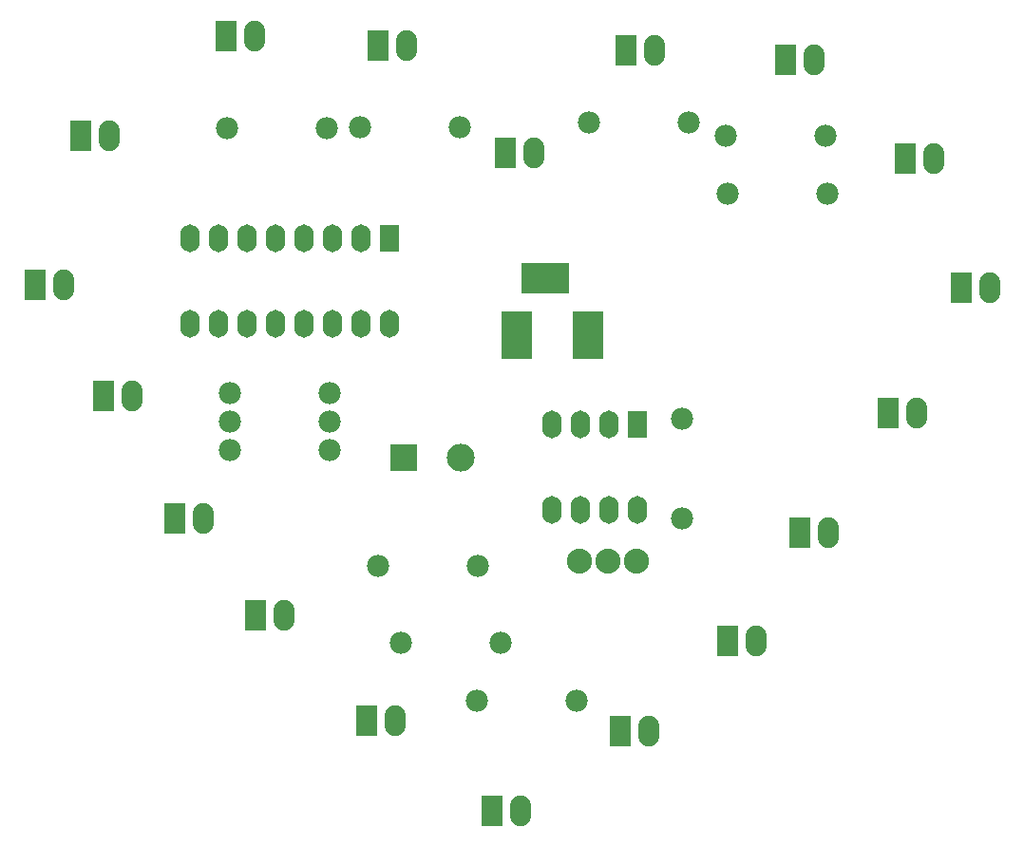
<source format=gbs>
G04*
G04 #@! TF.GenerationSoftware,Altium Limited,Altium Designer,18.0.7 (293)*
G04*
G04 Layer_Color=16711935*
%FSLAX25Y25*%
%MOIN*%
G70*
G01*
G75*
%ADD14C,0.09800*%
%ADD15R,0.09800X0.09800*%
%ADD16O,0.07300X0.10800*%
%ADD17R,0.07300X0.10800*%
%ADD18C,0.07800*%
%ADD19R,0.10800X0.16800*%
%ADD20R,0.16800X0.10800*%
%ADD21R,0.06800X0.09800*%
%ADD22O,0.06800X0.09800*%
%ADD23C,0.08800*%
D14*
X395500Y268000D02*
D03*
D15*
X375500D02*
D03*
D16*
X305000Y246500D02*
D03*
X421000Y375000D02*
D03*
X463500Y411000D02*
D03*
X376500Y412500D02*
D03*
X323000Y416000D02*
D03*
X519500Y407500D02*
D03*
X561500Y373000D02*
D03*
X272000Y381000D02*
D03*
X581000Y327500D02*
D03*
X256000Y328500D02*
D03*
X280000Y289500D02*
D03*
X555500Y283500D02*
D03*
X524500Y241500D02*
D03*
X333500Y212500D02*
D03*
X499000Y203500D02*
D03*
X461500Y172000D02*
D03*
X372500Y175500D02*
D03*
X416500Y144000D02*
D03*
D17*
X295000Y246500D02*
D03*
X411000Y375000D02*
D03*
X453500Y411000D02*
D03*
X366500Y412500D02*
D03*
X313000Y416000D02*
D03*
X509500Y407500D02*
D03*
X551500Y373000D02*
D03*
X262000Y381000D02*
D03*
X571000Y327500D02*
D03*
X246000Y328500D02*
D03*
X270000Y289500D02*
D03*
X545500Y283500D02*
D03*
X514500Y241500D02*
D03*
X323500Y212500D02*
D03*
X489000Y203500D02*
D03*
X451500Y172000D02*
D03*
X362500Y175500D02*
D03*
X406500Y144000D02*
D03*
D18*
X395000Y384000D02*
D03*
X360000D02*
D03*
X440500Y385500D02*
D03*
X475500D02*
D03*
X313500Y383500D02*
D03*
X348500D02*
D03*
X523500Y381000D02*
D03*
X488500D02*
D03*
X473000Y281500D02*
D03*
Y246500D02*
D03*
X524000Y360500D02*
D03*
X489000D02*
D03*
X314500Y290500D02*
D03*
X349500D02*
D03*
X401500Y230000D02*
D03*
X366500D02*
D03*
X314500Y280500D02*
D03*
X349500D02*
D03*
X314500Y270500D02*
D03*
X349500D02*
D03*
X436000Y182500D02*
D03*
X401000D02*
D03*
X409500Y203000D02*
D03*
X374500D02*
D03*
D19*
X415000Y311000D02*
D03*
X440000D02*
D03*
D20*
X425000Y331000D02*
D03*
D21*
X370500Y345000D02*
D03*
X457500Y279500D02*
D03*
D22*
X360500Y345000D02*
D03*
X350500D02*
D03*
X340500D02*
D03*
X330500D02*
D03*
X320500D02*
D03*
X310500D02*
D03*
X300500D02*
D03*
X370500Y315000D02*
D03*
X360500D02*
D03*
X350500D02*
D03*
X340500D02*
D03*
X330500D02*
D03*
X320500D02*
D03*
X310500D02*
D03*
X300500D02*
D03*
X447500Y279500D02*
D03*
X437500D02*
D03*
X427500D02*
D03*
X457500Y249500D02*
D03*
X447500D02*
D03*
X437500D02*
D03*
X427500D02*
D03*
D23*
X437000Y231500D02*
D03*
X457000D02*
D03*
X447000D02*
D03*
M02*

</source>
